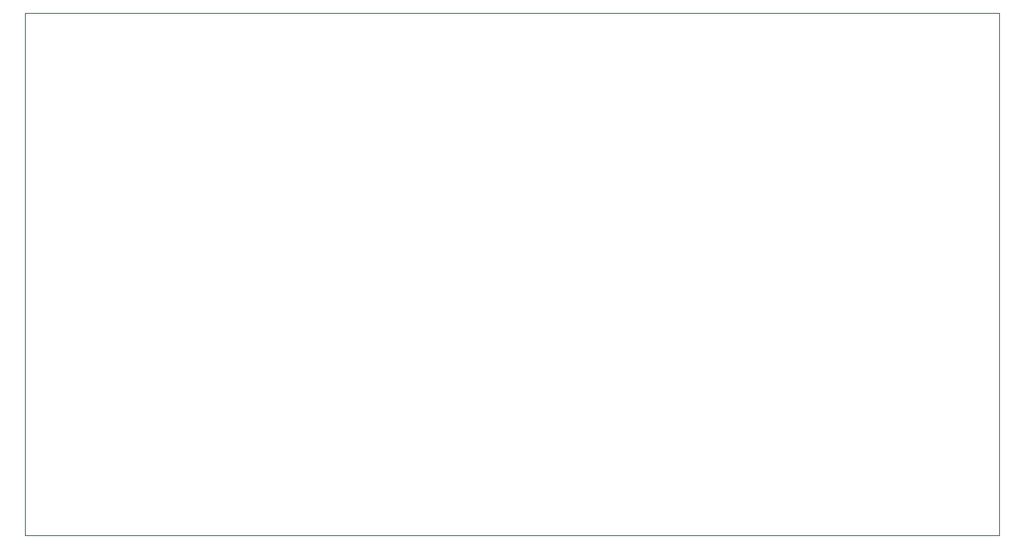
<source format=gbr>
G04 #@! TF.FileFunction,Profile,NP*
%FSLAX46Y46*%
G04 Gerber Fmt 4.6, Leading zero omitted, Abs format (unit mm)*
G04 Created by KiCad (PCBNEW 0.201505061231+5645~23~ubuntu14.04.1-product) date Wed 06 May 2015 16:24:11 BST*
%MOMM*%
G01*
G04 APERTURE LIST*
%ADD10C,0.100000*%
G04 APERTURE END LIST*
D10*
X98500000Y-89000000D02*
X188000000Y-89000000D01*
X98500000Y-41000000D02*
X98500000Y-89000000D01*
X188000000Y-41000000D02*
X98500000Y-41000000D01*
X188000000Y-89000000D02*
X188000000Y-41000000D01*
M02*

</source>
